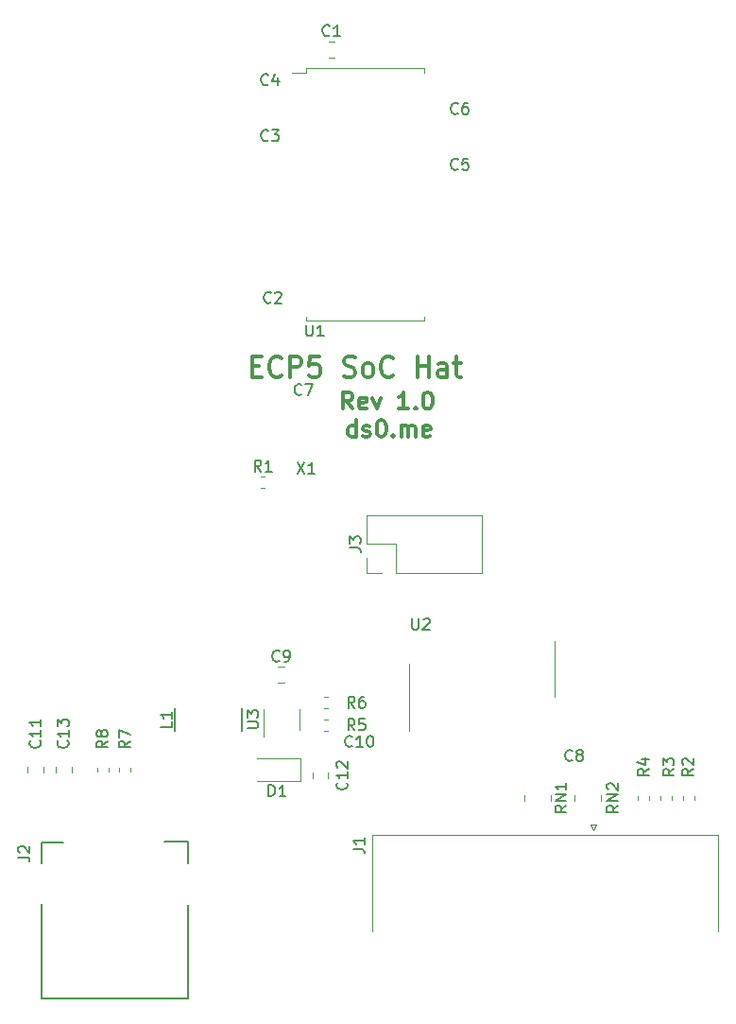
<source format=gto>
G04 #@! TF.GenerationSoftware,KiCad,Pcbnew,5.0.1*
G04 #@! TF.CreationDate,2018-10-22T18:12:29+01:00*
G04 #@! TF.ProjectId,ecp5_soc_hat,656370355F736F635F6861742E6B6963,rev?*
G04 #@! TF.SameCoordinates,Original*
G04 #@! TF.FileFunction,Legend,Top*
G04 #@! TF.FilePolarity,Positive*
%FSLAX46Y46*%
G04 Gerber Fmt 4.6, Leading zero omitted, Abs format (unit mm)*
G04 Created by KiCad (PCBNEW 5.0.1) date Mon 22 Oct 2018 18:12:29 BST*
%MOMM*%
%LPD*%
G01*
G04 APERTURE LIST*
%ADD10C,0.300000*%
%ADD11C,0.120000*%
%ADD12C,0.150000*%
G04 APERTURE END LIST*
D10*
X133695000Y-93678571D02*
X133695000Y-92178571D01*
X133695000Y-93607142D02*
X133552142Y-93678571D01*
X133266428Y-93678571D01*
X133123571Y-93607142D01*
X133052142Y-93535714D01*
X132980714Y-93392857D01*
X132980714Y-92964285D01*
X133052142Y-92821428D01*
X133123571Y-92750000D01*
X133266428Y-92678571D01*
X133552142Y-92678571D01*
X133695000Y-92750000D01*
X134337857Y-93607142D02*
X134480714Y-93678571D01*
X134766428Y-93678571D01*
X134909285Y-93607142D01*
X134980714Y-93464285D01*
X134980714Y-93392857D01*
X134909285Y-93250000D01*
X134766428Y-93178571D01*
X134552142Y-93178571D01*
X134409285Y-93107142D01*
X134337857Y-92964285D01*
X134337857Y-92892857D01*
X134409285Y-92750000D01*
X134552142Y-92678571D01*
X134766428Y-92678571D01*
X134909285Y-92750000D01*
X135909285Y-92178571D02*
X136052142Y-92178571D01*
X136195000Y-92250000D01*
X136266428Y-92321428D01*
X136337857Y-92464285D01*
X136409285Y-92750000D01*
X136409285Y-93107142D01*
X136337857Y-93392857D01*
X136266428Y-93535714D01*
X136195000Y-93607142D01*
X136052142Y-93678571D01*
X135909285Y-93678571D01*
X135766428Y-93607142D01*
X135695000Y-93535714D01*
X135623571Y-93392857D01*
X135552142Y-93107142D01*
X135552142Y-92750000D01*
X135623571Y-92464285D01*
X135695000Y-92321428D01*
X135766428Y-92250000D01*
X135909285Y-92178571D01*
X137052142Y-93535714D02*
X137123571Y-93607142D01*
X137052142Y-93678571D01*
X136980714Y-93607142D01*
X137052142Y-93535714D01*
X137052142Y-93678571D01*
X137766428Y-93678571D02*
X137766428Y-92678571D01*
X137766428Y-92821428D02*
X137837857Y-92750000D01*
X137980714Y-92678571D01*
X138195000Y-92678571D01*
X138337857Y-92750000D01*
X138409285Y-92892857D01*
X138409285Y-93678571D01*
X138409285Y-92892857D02*
X138480714Y-92750000D01*
X138623571Y-92678571D01*
X138837857Y-92678571D01*
X138980714Y-92750000D01*
X139052142Y-92892857D01*
X139052142Y-93678571D01*
X140337857Y-93607142D02*
X140195000Y-93678571D01*
X139909285Y-93678571D01*
X139766428Y-93607142D01*
X139695000Y-93464285D01*
X139695000Y-92892857D01*
X139766428Y-92750000D01*
X139909285Y-92678571D01*
X140195000Y-92678571D01*
X140337857Y-92750000D01*
X140409285Y-92892857D01*
X140409285Y-93035714D01*
X139695000Y-93178571D01*
X133409285Y-91178571D02*
X132909285Y-90464285D01*
X132552142Y-91178571D02*
X132552142Y-89678571D01*
X133123571Y-89678571D01*
X133266428Y-89750000D01*
X133337857Y-89821428D01*
X133409285Y-89964285D01*
X133409285Y-90178571D01*
X133337857Y-90321428D01*
X133266428Y-90392857D01*
X133123571Y-90464285D01*
X132552142Y-90464285D01*
X134623571Y-91107142D02*
X134480714Y-91178571D01*
X134195000Y-91178571D01*
X134052142Y-91107142D01*
X133980714Y-90964285D01*
X133980714Y-90392857D01*
X134052142Y-90250000D01*
X134195000Y-90178571D01*
X134480714Y-90178571D01*
X134623571Y-90250000D01*
X134695000Y-90392857D01*
X134695000Y-90535714D01*
X133980714Y-90678571D01*
X135195000Y-90178571D02*
X135552142Y-91178571D01*
X135909285Y-90178571D01*
X138409285Y-91178571D02*
X137552142Y-91178571D01*
X137980714Y-91178571D02*
X137980714Y-89678571D01*
X137837857Y-89892857D01*
X137695000Y-90035714D01*
X137552142Y-90107142D01*
X139052142Y-91035714D02*
X139123571Y-91107142D01*
X139052142Y-91178571D01*
X138980714Y-91107142D01*
X139052142Y-91035714D01*
X139052142Y-91178571D01*
X140052142Y-89678571D02*
X140195000Y-89678571D01*
X140337857Y-89750000D01*
X140409285Y-89821428D01*
X140480714Y-89964285D01*
X140552142Y-90250000D01*
X140552142Y-90607142D01*
X140480714Y-90892857D01*
X140409285Y-91035714D01*
X140337857Y-91107142D01*
X140195000Y-91178571D01*
X140052142Y-91178571D01*
X139909285Y-91107142D01*
X139837857Y-91035714D01*
X139766428Y-90892857D01*
X139695000Y-90607142D01*
X139695000Y-90250000D01*
X139766428Y-89964285D01*
X139837857Y-89821428D01*
X139909285Y-89750000D01*
X140052142Y-89678571D01*
X124373571Y-87371428D02*
X124973571Y-87371428D01*
X125230714Y-88314285D02*
X124373571Y-88314285D01*
X124373571Y-86514285D01*
X125230714Y-86514285D01*
X127030714Y-88142857D02*
X126945000Y-88228571D01*
X126687857Y-88314285D01*
X126516428Y-88314285D01*
X126259285Y-88228571D01*
X126087857Y-88057142D01*
X126002142Y-87885714D01*
X125916428Y-87542857D01*
X125916428Y-87285714D01*
X126002142Y-86942857D01*
X126087857Y-86771428D01*
X126259285Y-86600000D01*
X126516428Y-86514285D01*
X126687857Y-86514285D01*
X126945000Y-86600000D01*
X127030714Y-86685714D01*
X127802142Y-88314285D02*
X127802142Y-86514285D01*
X128487857Y-86514285D01*
X128659285Y-86600000D01*
X128745000Y-86685714D01*
X128830714Y-86857142D01*
X128830714Y-87114285D01*
X128745000Y-87285714D01*
X128659285Y-87371428D01*
X128487857Y-87457142D01*
X127802142Y-87457142D01*
X130459285Y-86514285D02*
X129602142Y-86514285D01*
X129516428Y-87371428D01*
X129602142Y-87285714D01*
X129773571Y-87200000D01*
X130202142Y-87200000D01*
X130373571Y-87285714D01*
X130459285Y-87371428D01*
X130545000Y-87542857D01*
X130545000Y-87971428D01*
X130459285Y-88142857D01*
X130373571Y-88228571D01*
X130202142Y-88314285D01*
X129773571Y-88314285D01*
X129602142Y-88228571D01*
X129516428Y-88142857D01*
X132602142Y-88228571D02*
X132859285Y-88314285D01*
X133287857Y-88314285D01*
X133459285Y-88228571D01*
X133545000Y-88142857D01*
X133630714Y-87971428D01*
X133630714Y-87800000D01*
X133545000Y-87628571D01*
X133459285Y-87542857D01*
X133287857Y-87457142D01*
X132945000Y-87371428D01*
X132773571Y-87285714D01*
X132687857Y-87200000D01*
X132602142Y-87028571D01*
X132602142Y-86857142D01*
X132687857Y-86685714D01*
X132773571Y-86600000D01*
X132945000Y-86514285D01*
X133373571Y-86514285D01*
X133630714Y-86600000D01*
X134659285Y-88314285D02*
X134487857Y-88228571D01*
X134402142Y-88142857D01*
X134316428Y-87971428D01*
X134316428Y-87457142D01*
X134402142Y-87285714D01*
X134487857Y-87200000D01*
X134659285Y-87114285D01*
X134916428Y-87114285D01*
X135087857Y-87200000D01*
X135173571Y-87285714D01*
X135259285Y-87457142D01*
X135259285Y-87971428D01*
X135173571Y-88142857D01*
X135087857Y-88228571D01*
X134916428Y-88314285D01*
X134659285Y-88314285D01*
X137059285Y-88142857D02*
X136973571Y-88228571D01*
X136716428Y-88314285D01*
X136545000Y-88314285D01*
X136287857Y-88228571D01*
X136116428Y-88057142D01*
X136030714Y-87885714D01*
X135945000Y-87542857D01*
X135945000Y-87285714D01*
X136030714Y-86942857D01*
X136116428Y-86771428D01*
X136287857Y-86600000D01*
X136545000Y-86514285D01*
X136716428Y-86514285D01*
X136973571Y-86600000D01*
X137059285Y-86685714D01*
X139202142Y-88314285D02*
X139202142Y-86514285D01*
X139202142Y-87371428D02*
X140230714Y-87371428D01*
X140230714Y-88314285D02*
X140230714Y-86514285D01*
X141859285Y-88314285D02*
X141859285Y-87371428D01*
X141773571Y-87200000D01*
X141602142Y-87114285D01*
X141259285Y-87114285D01*
X141087857Y-87200000D01*
X141859285Y-88228571D02*
X141687857Y-88314285D01*
X141259285Y-88314285D01*
X141087857Y-88228571D01*
X141002142Y-88057142D01*
X141002142Y-87885714D01*
X141087857Y-87714285D01*
X141259285Y-87628571D01*
X141687857Y-87628571D01*
X141859285Y-87542857D01*
X142459285Y-87114285D02*
X143145000Y-87114285D01*
X142716428Y-86514285D02*
X142716428Y-88057142D01*
X142802142Y-88228571D01*
X142973571Y-88314285D01*
X143145000Y-88314285D01*
D11*
G04 #@! TO.C,J3*
X144950000Y-105870000D02*
X144950000Y-100670000D01*
X137270000Y-105870000D02*
X144950000Y-105870000D01*
X134670000Y-100670000D02*
X144950000Y-100670000D01*
X137270000Y-105870000D02*
X137270000Y-103270000D01*
X137270000Y-103270000D02*
X134670000Y-103270000D01*
X134670000Y-103270000D02*
X134670000Y-100670000D01*
X136000000Y-105870000D02*
X134670000Y-105870000D01*
X134670000Y-105870000D02*
X134670000Y-104540000D01*
G04 #@! TO.C,RN2*
X153320000Y-126250000D02*
X153320000Y-125750000D01*
X155680000Y-126250000D02*
X155680000Y-125750000D01*
G04 #@! TO.C,RN1*
X151180000Y-126250000D02*
X151180000Y-125750000D01*
X148820000Y-126250000D02*
X148820000Y-125750000D01*
G04 #@! TO.C,C1*
X131238748Y-58290000D02*
X131761252Y-58290000D01*
X131238748Y-59710000D02*
X131761252Y-59710000D01*
G04 #@! TO.C,C9*
X126738748Y-115710000D02*
X127261252Y-115710000D01*
X126738748Y-114290000D02*
X127261252Y-114290000D01*
G04 #@! TO.C,C11*
X104290000Y-123761252D02*
X104290000Y-123238748D01*
X105710000Y-123761252D02*
X105710000Y-123238748D01*
G04 #@! TO.C,C12*
X131210000Y-124261252D02*
X131210000Y-123738748D01*
X129790000Y-124261252D02*
X129790000Y-123738748D01*
G04 #@! TO.C,C13*
X106790000Y-123761252D02*
X106790000Y-123238748D01*
X108210000Y-123761252D02*
X108210000Y-123238748D01*
G04 #@! TO.C,J1*
X135200000Y-137930000D02*
X135200000Y-129330000D01*
X135200000Y-129330000D02*
X166170000Y-129330000D01*
X166170000Y-129330000D02*
X166170000Y-137930000D01*
X154750000Y-128435662D02*
X155250000Y-128435662D01*
X155250000Y-128435662D02*
X155000000Y-128868675D01*
X155000000Y-128868675D02*
X154750000Y-128435662D01*
D12*
G04 #@! TO.C,J2*
X118650000Y-135550000D02*
X118650000Y-144000000D01*
X118650000Y-129900000D02*
X118650000Y-131850000D01*
X105500000Y-135500000D02*
X105500000Y-144000000D01*
X105500000Y-130000000D02*
X105500000Y-131850000D01*
X116500000Y-129900000D02*
X118650000Y-129900000D01*
X105500000Y-130000000D02*
X107500000Y-130000000D01*
X118650000Y-144000000D02*
X105500000Y-144000000D01*
G04 #@! TO.C,L1*
X117500000Y-118000000D02*
X117500000Y-120000000D01*
X123500000Y-120000000D02*
X123500000Y-118000000D01*
D11*
G04 #@! TO.C,D1*
X128700000Y-124500000D02*
X128700000Y-122500000D01*
X128700000Y-122500000D02*
X124850000Y-122500000D01*
X128700000Y-124500000D02*
X124850000Y-124500000D01*
G04 #@! TO.C,U2*
X138470000Y-114000000D02*
X138470000Y-120000000D01*
X151530000Y-112000000D02*
X151530000Y-117000000D01*
G04 #@! TO.C,U1*
X129200000Y-82900000D02*
X129200000Y-83300000D01*
X139800000Y-82900000D02*
X139800000Y-83300000D01*
X139800000Y-60700000D02*
X139800000Y-61100000D01*
X129200000Y-83300000D02*
X139800000Y-83300000D01*
X129200000Y-60700000D02*
X139800000Y-60700000D01*
X129200000Y-61100000D02*
X129200000Y-60700000D01*
X128000000Y-61100000D02*
X129200000Y-61100000D01*
G04 #@! TO.C,U3*
X128610000Y-119900000D02*
X128610000Y-118100000D01*
X125390000Y-118100000D02*
X125390000Y-120550000D01*
G04 #@! TO.C,R1*
X125203733Y-98260000D02*
X125546267Y-98260000D01*
X125203733Y-97240000D02*
X125546267Y-97240000D01*
G04 #@! TO.C,R2*
X162990000Y-126171267D02*
X162990000Y-125828733D01*
X164010000Y-126171267D02*
X164010000Y-125828733D01*
G04 #@! TO.C,R3*
X162010000Y-126171267D02*
X162010000Y-125828733D01*
X160990000Y-126171267D02*
X160990000Y-125828733D01*
G04 #@! TO.C,R4*
X158990000Y-126171267D02*
X158990000Y-125828733D01*
X160010000Y-126171267D02*
X160010000Y-125828733D01*
G04 #@! TO.C,R5*
X130828733Y-120010000D02*
X131171267Y-120010000D01*
X130828733Y-118990000D02*
X131171267Y-118990000D01*
G04 #@! TO.C,R6*
X131171267Y-118010000D02*
X130828733Y-118010000D01*
X131171267Y-116990000D02*
X130828733Y-116990000D01*
G04 #@! TO.C,R7*
X113510000Y-123671267D02*
X113510000Y-123328733D01*
X112490000Y-123671267D02*
X112490000Y-123328733D01*
G04 #@! TO.C,R8*
X110490000Y-123671267D02*
X110490000Y-123328733D01*
X111510000Y-123671267D02*
X111510000Y-123328733D01*
G04 #@! TO.C,J3*
D12*
X133122380Y-103603333D02*
X133836666Y-103603333D01*
X133979523Y-103650952D01*
X134074761Y-103746190D01*
X134122380Y-103889047D01*
X134122380Y-103984285D01*
X133122380Y-103222380D02*
X133122380Y-102603333D01*
X133503333Y-102936666D01*
X133503333Y-102793809D01*
X133550952Y-102698571D01*
X133598571Y-102650952D01*
X133693809Y-102603333D01*
X133931904Y-102603333D01*
X134027142Y-102650952D01*
X134074761Y-102698571D01*
X134122380Y-102793809D01*
X134122380Y-103079523D01*
X134074761Y-103174761D01*
X134027142Y-103222380D01*
G04 #@! TO.C,RN2*
X157202380Y-126690476D02*
X156726190Y-127023809D01*
X157202380Y-127261904D02*
X156202380Y-127261904D01*
X156202380Y-126880952D01*
X156250000Y-126785714D01*
X156297619Y-126738095D01*
X156392857Y-126690476D01*
X156535714Y-126690476D01*
X156630952Y-126738095D01*
X156678571Y-126785714D01*
X156726190Y-126880952D01*
X156726190Y-127261904D01*
X157202380Y-126261904D02*
X156202380Y-126261904D01*
X157202380Y-125690476D01*
X156202380Y-125690476D01*
X156297619Y-125261904D02*
X156250000Y-125214285D01*
X156202380Y-125119047D01*
X156202380Y-124880952D01*
X156250000Y-124785714D01*
X156297619Y-124738095D01*
X156392857Y-124690476D01*
X156488095Y-124690476D01*
X156630952Y-124738095D01*
X157202380Y-125309523D01*
X157202380Y-124690476D01*
G04 #@! TO.C,RN1*
X152552380Y-126690476D02*
X152076190Y-127023809D01*
X152552380Y-127261904D02*
X151552380Y-127261904D01*
X151552380Y-126880952D01*
X151600000Y-126785714D01*
X151647619Y-126738095D01*
X151742857Y-126690476D01*
X151885714Y-126690476D01*
X151980952Y-126738095D01*
X152028571Y-126785714D01*
X152076190Y-126880952D01*
X152076190Y-127261904D01*
X152552380Y-126261904D02*
X151552380Y-126261904D01*
X152552380Y-125690476D01*
X151552380Y-125690476D01*
X152552380Y-124690476D02*
X152552380Y-125261904D01*
X152552380Y-124976190D02*
X151552380Y-124976190D01*
X151695238Y-125071428D01*
X151790476Y-125166666D01*
X151838095Y-125261904D01*
G04 #@! TO.C,C2*
X126083333Y-81607142D02*
X126035714Y-81654761D01*
X125892857Y-81702380D01*
X125797619Y-81702380D01*
X125654761Y-81654761D01*
X125559523Y-81559523D01*
X125511904Y-81464285D01*
X125464285Y-81273809D01*
X125464285Y-81130952D01*
X125511904Y-80940476D01*
X125559523Y-80845238D01*
X125654761Y-80750000D01*
X125797619Y-80702380D01*
X125892857Y-80702380D01*
X126035714Y-80750000D01*
X126083333Y-80797619D01*
X126464285Y-80797619D02*
X126511904Y-80750000D01*
X126607142Y-80702380D01*
X126845238Y-80702380D01*
X126940476Y-80750000D01*
X126988095Y-80797619D01*
X127035714Y-80892857D01*
X127035714Y-80988095D01*
X126988095Y-81130952D01*
X126416666Y-81702380D01*
X127035714Y-81702380D01*
G04 #@! TO.C,C3*
X125833333Y-67107142D02*
X125785714Y-67154761D01*
X125642857Y-67202380D01*
X125547619Y-67202380D01*
X125404761Y-67154761D01*
X125309523Y-67059523D01*
X125261904Y-66964285D01*
X125214285Y-66773809D01*
X125214285Y-66630952D01*
X125261904Y-66440476D01*
X125309523Y-66345238D01*
X125404761Y-66250000D01*
X125547619Y-66202380D01*
X125642857Y-66202380D01*
X125785714Y-66250000D01*
X125833333Y-66297619D01*
X126166666Y-66202380D02*
X126785714Y-66202380D01*
X126452380Y-66583333D01*
X126595238Y-66583333D01*
X126690476Y-66630952D01*
X126738095Y-66678571D01*
X126785714Y-66773809D01*
X126785714Y-67011904D01*
X126738095Y-67107142D01*
X126690476Y-67154761D01*
X126595238Y-67202380D01*
X126309523Y-67202380D01*
X126214285Y-67154761D01*
X126166666Y-67107142D01*
G04 #@! TO.C,C4*
X125833333Y-62107142D02*
X125785714Y-62154761D01*
X125642857Y-62202380D01*
X125547619Y-62202380D01*
X125404761Y-62154761D01*
X125309523Y-62059523D01*
X125261904Y-61964285D01*
X125214285Y-61773809D01*
X125214285Y-61630952D01*
X125261904Y-61440476D01*
X125309523Y-61345238D01*
X125404761Y-61250000D01*
X125547619Y-61202380D01*
X125642857Y-61202380D01*
X125785714Y-61250000D01*
X125833333Y-61297619D01*
X126690476Y-61535714D02*
X126690476Y-62202380D01*
X126452380Y-61154761D02*
X126214285Y-61869047D01*
X126833333Y-61869047D01*
G04 #@! TO.C,C5*
X142833333Y-69687142D02*
X142785714Y-69734761D01*
X142642857Y-69782380D01*
X142547619Y-69782380D01*
X142404761Y-69734761D01*
X142309523Y-69639523D01*
X142261904Y-69544285D01*
X142214285Y-69353809D01*
X142214285Y-69210952D01*
X142261904Y-69020476D01*
X142309523Y-68925238D01*
X142404761Y-68830000D01*
X142547619Y-68782380D01*
X142642857Y-68782380D01*
X142785714Y-68830000D01*
X142833333Y-68877619D01*
X143738095Y-68782380D02*
X143261904Y-68782380D01*
X143214285Y-69258571D01*
X143261904Y-69210952D01*
X143357142Y-69163333D01*
X143595238Y-69163333D01*
X143690476Y-69210952D01*
X143738095Y-69258571D01*
X143785714Y-69353809D01*
X143785714Y-69591904D01*
X143738095Y-69687142D01*
X143690476Y-69734761D01*
X143595238Y-69782380D01*
X143357142Y-69782380D01*
X143261904Y-69734761D01*
X143214285Y-69687142D01*
G04 #@! TO.C,C6*
X142833333Y-64687142D02*
X142785714Y-64734761D01*
X142642857Y-64782380D01*
X142547619Y-64782380D01*
X142404761Y-64734761D01*
X142309523Y-64639523D01*
X142261904Y-64544285D01*
X142214285Y-64353809D01*
X142214285Y-64210952D01*
X142261904Y-64020476D01*
X142309523Y-63925238D01*
X142404761Y-63830000D01*
X142547619Y-63782380D01*
X142642857Y-63782380D01*
X142785714Y-63830000D01*
X142833333Y-63877619D01*
X143690476Y-63782380D02*
X143500000Y-63782380D01*
X143404761Y-63830000D01*
X143357142Y-63877619D01*
X143261904Y-64020476D01*
X143214285Y-64210952D01*
X143214285Y-64591904D01*
X143261904Y-64687142D01*
X143309523Y-64734761D01*
X143404761Y-64782380D01*
X143595238Y-64782380D01*
X143690476Y-64734761D01*
X143738095Y-64687142D01*
X143785714Y-64591904D01*
X143785714Y-64353809D01*
X143738095Y-64258571D01*
X143690476Y-64210952D01*
X143595238Y-64163333D01*
X143404761Y-64163333D01*
X143309523Y-64210952D01*
X143261904Y-64258571D01*
X143214285Y-64353809D01*
G04 #@! TO.C,C7*
X128833333Y-89857142D02*
X128785714Y-89904761D01*
X128642857Y-89952380D01*
X128547619Y-89952380D01*
X128404761Y-89904761D01*
X128309523Y-89809523D01*
X128261904Y-89714285D01*
X128214285Y-89523809D01*
X128214285Y-89380952D01*
X128261904Y-89190476D01*
X128309523Y-89095238D01*
X128404761Y-89000000D01*
X128547619Y-88952380D01*
X128642857Y-88952380D01*
X128785714Y-89000000D01*
X128833333Y-89047619D01*
X129166666Y-88952380D02*
X129833333Y-88952380D01*
X129404761Y-89952380D01*
G04 #@! TO.C,C8*
X153083333Y-122607142D02*
X153035714Y-122654761D01*
X152892857Y-122702380D01*
X152797619Y-122702380D01*
X152654761Y-122654761D01*
X152559523Y-122559523D01*
X152511904Y-122464285D01*
X152464285Y-122273809D01*
X152464285Y-122130952D01*
X152511904Y-121940476D01*
X152559523Y-121845238D01*
X152654761Y-121750000D01*
X152797619Y-121702380D01*
X152892857Y-121702380D01*
X153035714Y-121750000D01*
X153083333Y-121797619D01*
X153654761Y-122130952D02*
X153559523Y-122083333D01*
X153511904Y-122035714D01*
X153464285Y-121940476D01*
X153464285Y-121892857D01*
X153511904Y-121797619D01*
X153559523Y-121750000D01*
X153654761Y-121702380D01*
X153845238Y-121702380D01*
X153940476Y-121750000D01*
X153988095Y-121797619D01*
X154035714Y-121892857D01*
X154035714Y-121940476D01*
X153988095Y-122035714D01*
X153940476Y-122083333D01*
X153845238Y-122130952D01*
X153654761Y-122130952D01*
X153559523Y-122178571D01*
X153511904Y-122226190D01*
X153464285Y-122321428D01*
X153464285Y-122511904D01*
X153511904Y-122607142D01*
X153559523Y-122654761D01*
X153654761Y-122702380D01*
X153845238Y-122702380D01*
X153940476Y-122654761D01*
X153988095Y-122607142D01*
X154035714Y-122511904D01*
X154035714Y-122321428D01*
X153988095Y-122226190D01*
X153940476Y-122178571D01*
X153845238Y-122130952D01*
G04 #@! TO.C,C10*
X133357142Y-121357142D02*
X133309523Y-121404761D01*
X133166666Y-121452380D01*
X133071428Y-121452380D01*
X132928571Y-121404761D01*
X132833333Y-121309523D01*
X132785714Y-121214285D01*
X132738095Y-121023809D01*
X132738095Y-120880952D01*
X132785714Y-120690476D01*
X132833333Y-120595238D01*
X132928571Y-120500000D01*
X133071428Y-120452380D01*
X133166666Y-120452380D01*
X133309523Y-120500000D01*
X133357142Y-120547619D01*
X134309523Y-121452380D02*
X133738095Y-121452380D01*
X134023809Y-121452380D02*
X134023809Y-120452380D01*
X133928571Y-120595238D01*
X133833333Y-120690476D01*
X133738095Y-120738095D01*
X134928571Y-120452380D02*
X135023809Y-120452380D01*
X135119047Y-120500000D01*
X135166666Y-120547619D01*
X135214285Y-120642857D01*
X135261904Y-120833333D01*
X135261904Y-121071428D01*
X135214285Y-121261904D01*
X135166666Y-121357142D01*
X135119047Y-121404761D01*
X135023809Y-121452380D01*
X134928571Y-121452380D01*
X134833333Y-121404761D01*
X134785714Y-121357142D01*
X134738095Y-121261904D01*
X134690476Y-121071428D01*
X134690476Y-120833333D01*
X134738095Y-120642857D01*
X134785714Y-120547619D01*
X134833333Y-120500000D01*
X134928571Y-120452380D01*
G04 #@! TO.C,C1*
X131333333Y-57707142D02*
X131285714Y-57754761D01*
X131142857Y-57802380D01*
X131047619Y-57802380D01*
X130904761Y-57754761D01*
X130809523Y-57659523D01*
X130761904Y-57564285D01*
X130714285Y-57373809D01*
X130714285Y-57230952D01*
X130761904Y-57040476D01*
X130809523Y-56945238D01*
X130904761Y-56850000D01*
X131047619Y-56802380D01*
X131142857Y-56802380D01*
X131285714Y-56850000D01*
X131333333Y-56897619D01*
X132285714Y-57802380D02*
X131714285Y-57802380D01*
X132000000Y-57802380D02*
X132000000Y-56802380D01*
X131904761Y-56945238D01*
X131809523Y-57040476D01*
X131714285Y-57088095D01*
G04 #@! TO.C,C9*
X126833333Y-113707142D02*
X126785714Y-113754761D01*
X126642857Y-113802380D01*
X126547619Y-113802380D01*
X126404761Y-113754761D01*
X126309523Y-113659523D01*
X126261904Y-113564285D01*
X126214285Y-113373809D01*
X126214285Y-113230952D01*
X126261904Y-113040476D01*
X126309523Y-112945238D01*
X126404761Y-112850000D01*
X126547619Y-112802380D01*
X126642857Y-112802380D01*
X126785714Y-112850000D01*
X126833333Y-112897619D01*
X127309523Y-113802380D02*
X127500000Y-113802380D01*
X127595238Y-113754761D01*
X127642857Y-113707142D01*
X127738095Y-113564285D01*
X127785714Y-113373809D01*
X127785714Y-112992857D01*
X127738095Y-112897619D01*
X127690476Y-112850000D01*
X127595238Y-112802380D01*
X127404761Y-112802380D01*
X127309523Y-112850000D01*
X127261904Y-112897619D01*
X127214285Y-112992857D01*
X127214285Y-113230952D01*
X127261904Y-113326190D01*
X127309523Y-113373809D01*
X127404761Y-113421428D01*
X127595238Y-113421428D01*
X127690476Y-113373809D01*
X127738095Y-113326190D01*
X127785714Y-113230952D01*
G04 #@! TO.C,C11*
X105357142Y-120892857D02*
X105404761Y-120940476D01*
X105452380Y-121083333D01*
X105452380Y-121178571D01*
X105404761Y-121321428D01*
X105309523Y-121416666D01*
X105214285Y-121464285D01*
X105023809Y-121511904D01*
X104880952Y-121511904D01*
X104690476Y-121464285D01*
X104595238Y-121416666D01*
X104500000Y-121321428D01*
X104452380Y-121178571D01*
X104452380Y-121083333D01*
X104500000Y-120940476D01*
X104547619Y-120892857D01*
X105452380Y-119940476D02*
X105452380Y-120511904D01*
X105452380Y-120226190D02*
X104452380Y-120226190D01*
X104595238Y-120321428D01*
X104690476Y-120416666D01*
X104738095Y-120511904D01*
X105452380Y-118988095D02*
X105452380Y-119559523D01*
X105452380Y-119273809D02*
X104452380Y-119273809D01*
X104595238Y-119369047D01*
X104690476Y-119464285D01*
X104738095Y-119559523D01*
G04 #@! TO.C,C12*
X132857142Y-124642857D02*
X132904761Y-124690476D01*
X132952380Y-124833333D01*
X132952380Y-124928571D01*
X132904761Y-125071428D01*
X132809523Y-125166666D01*
X132714285Y-125214285D01*
X132523809Y-125261904D01*
X132380952Y-125261904D01*
X132190476Y-125214285D01*
X132095238Y-125166666D01*
X132000000Y-125071428D01*
X131952380Y-124928571D01*
X131952380Y-124833333D01*
X132000000Y-124690476D01*
X132047619Y-124642857D01*
X132952380Y-123690476D02*
X132952380Y-124261904D01*
X132952380Y-123976190D02*
X131952380Y-123976190D01*
X132095238Y-124071428D01*
X132190476Y-124166666D01*
X132238095Y-124261904D01*
X132047619Y-123309523D02*
X132000000Y-123261904D01*
X131952380Y-123166666D01*
X131952380Y-122928571D01*
X132000000Y-122833333D01*
X132047619Y-122785714D01*
X132142857Y-122738095D01*
X132238095Y-122738095D01*
X132380952Y-122785714D01*
X132952380Y-123357142D01*
X132952380Y-122738095D01*
G04 #@! TO.C,C13*
X107857142Y-120892857D02*
X107904761Y-120940476D01*
X107952380Y-121083333D01*
X107952380Y-121178571D01*
X107904761Y-121321428D01*
X107809523Y-121416666D01*
X107714285Y-121464285D01*
X107523809Y-121511904D01*
X107380952Y-121511904D01*
X107190476Y-121464285D01*
X107095238Y-121416666D01*
X107000000Y-121321428D01*
X106952380Y-121178571D01*
X106952380Y-121083333D01*
X107000000Y-120940476D01*
X107047619Y-120892857D01*
X107952380Y-119940476D02*
X107952380Y-120511904D01*
X107952380Y-120226190D02*
X106952380Y-120226190D01*
X107095238Y-120321428D01*
X107190476Y-120416666D01*
X107238095Y-120511904D01*
X106952380Y-119607142D02*
X106952380Y-118988095D01*
X107333333Y-119321428D01*
X107333333Y-119178571D01*
X107380952Y-119083333D01*
X107428571Y-119035714D01*
X107523809Y-118988095D01*
X107761904Y-118988095D01*
X107857142Y-119035714D01*
X107904761Y-119083333D01*
X107952380Y-119178571D01*
X107952380Y-119464285D01*
X107904761Y-119559523D01*
X107857142Y-119607142D01*
G04 #@! TO.C,J1*
X133452380Y-130583333D02*
X134166666Y-130583333D01*
X134309523Y-130630952D01*
X134404761Y-130726190D01*
X134452380Y-130869047D01*
X134452380Y-130964285D01*
X134452380Y-129583333D02*
X134452380Y-130154761D01*
X134452380Y-129869047D02*
X133452380Y-129869047D01*
X133595238Y-129964285D01*
X133690476Y-130059523D01*
X133738095Y-130154761D01*
G04 #@! TO.C,J2*
X103452380Y-131333333D02*
X104166666Y-131333333D01*
X104309523Y-131380952D01*
X104404761Y-131476190D01*
X104452380Y-131619047D01*
X104452380Y-131714285D01*
X103547619Y-130904761D02*
X103500000Y-130857142D01*
X103452380Y-130761904D01*
X103452380Y-130523809D01*
X103500000Y-130428571D01*
X103547619Y-130380952D01*
X103642857Y-130333333D01*
X103738095Y-130333333D01*
X103880952Y-130380952D01*
X104452380Y-130952380D01*
X104452380Y-130333333D01*
G04 #@! TO.C,L1*
X117202380Y-119166666D02*
X117202380Y-119642857D01*
X116202380Y-119642857D01*
X117202380Y-118309523D02*
X117202380Y-118880952D01*
X117202380Y-118595238D02*
X116202380Y-118595238D01*
X116345238Y-118690476D01*
X116440476Y-118785714D01*
X116488095Y-118880952D01*
G04 #@! TO.C,D1*
X125888904Y-125857380D02*
X125888904Y-124857380D01*
X126127000Y-124857380D01*
X126269857Y-124905000D01*
X126365095Y-125000238D01*
X126412714Y-125095476D01*
X126460333Y-125285952D01*
X126460333Y-125428809D01*
X126412714Y-125619285D01*
X126365095Y-125714523D01*
X126269857Y-125809761D01*
X126127000Y-125857380D01*
X125888904Y-125857380D01*
X127412714Y-125857380D02*
X126841285Y-125857380D01*
X127127000Y-125857380D02*
X127127000Y-124857380D01*
X127031761Y-125000238D01*
X126936523Y-125095476D01*
X126841285Y-125143095D01*
G04 #@! TO.C,X1*
X128440476Y-95952380D02*
X129107142Y-96952380D01*
X129107142Y-95952380D02*
X128440476Y-96952380D01*
X130011904Y-96952380D02*
X129440476Y-96952380D01*
X129726190Y-96952380D02*
X129726190Y-95952380D01*
X129630952Y-96095238D01*
X129535714Y-96190476D01*
X129440476Y-96238095D01*
G04 #@! TO.C,U2*
X138738095Y-109952380D02*
X138738095Y-110761904D01*
X138785714Y-110857142D01*
X138833333Y-110904761D01*
X138928571Y-110952380D01*
X139119047Y-110952380D01*
X139214285Y-110904761D01*
X139261904Y-110857142D01*
X139309523Y-110761904D01*
X139309523Y-109952380D01*
X139738095Y-110047619D02*
X139785714Y-110000000D01*
X139880952Y-109952380D01*
X140119047Y-109952380D01*
X140214285Y-110000000D01*
X140261904Y-110047619D01*
X140309523Y-110142857D01*
X140309523Y-110238095D01*
X140261904Y-110380952D01*
X139690476Y-110952380D01*
X140309523Y-110952380D01*
G04 #@! TO.C,U1*
X129238095Y-83652380D02*
X129238095Y-84461904D01*
X129285714Y-84557142D01*
X129333333Y-84604761D01*
X129428571Y-84652380D01*
X129619047Y-84652380D01*
X129714285Y-84604761D01*
X129761904Y-84557142D01*
X129809523Y-84461904D01*
X129809523Y-83652380D01*
X130809523Y-84652380D02*
X130238095Y-84652380D01*
X130523809Y-84652380D02*
X130523809Y-83652380D01*
X130428571Y-83795238D01*
X130333333Y-83890476D01*
X130238095Y-83938095D01*
G04 #@! TO.C,U3*
X123952380Y-119761904D02*
X124761904Y-119761904D01*
X124857142Y-119714285D01*
X124904761Y-119666666D01*
X124952380Y-119571428D01*
X124952380Y-119380952D01*
X124904761Y-119285714D01*
X124857142Y-119238095D01*
X124761904Y-119190476D01*
X123952380Y-119190476D01*
X123952380Y-118809523D02*
X123952380Y-118190476D01*
X124333333Y-118523809D01*
X124333333Y-118380952D01*
X124380952Y-118285714D01*
X124428571Y-118238095D01*
X124523809Y-118190476D01*
X124761904Y-118190476D01*
X124857142Y-118238095D01*
X124904761Y-118285714D01*
X124952380Y-118380952D01*
X124952380Y-118666666D01*
X124904761Y-118761904D01*
X124857142Y-118809523D01*
G04 #@! TO.C,R1*
X125208333Y-96772380D02*
X124875000Y-96296190D01*
X124636904Y-96772380D02*
X124636904Y-95772380D01*
X125017857Y-95772380D01*
X125113095Y-95820000D01*
X125160714Y-95867619D01*
X125208333Y-95962857D01*
X125208333Y-96105714D01*
X125160714Y-96200952D01*
X125113095Y-96248571D01*
X125017857Y-96296190D01*
X124636904Y-96296190D01*
X126160714Y-96772380D02*
X125589285Y-96772380D01*
X125875000Y-96772380D02*
X125875000Y-95772380D01*
X125779761Y-95915238D01*
X125684523Y-96010476D01*
X125589285Y-96058095D01*
G04 #@! TO.C,R2*
X163952380Y-123416666D02*
X163476190Y-123750000D01*
X163952380Y-123988095D02*
X162952380Y-123988095D01*
X162952380Y-123607142D01*
X163000000Y-123511904D01*
X163047619Y-123464285D01*
X163142857Y-123416666D01*
X163285714Y-123416666D01*
X163380952Y-123464285D01*
X163428571Y-123511904D01*
X163476190Y-123607142D01*
X163476190Y-123988095D01*
X163047619Y-123035714D02*
X163000000Y-122988095D01*
X162952380Y-122892857D01*
X162952380Y-122654761D01*
X163000000Y-122559523D01*
X163047619Y-122511904D01*
X163142857Y-122464285D01*
X163238095Y-122464285D01*
X163380952Y-122511904D01*
X163952380Y-123083333D01*
X163952380Y-122464285D01*
G04 #@! TO.C,R3*
X162202380Y-123416666D02*
X161726190Y-123750000D01*
X162202380Y-123988095D02*
X161202380Y-123988095D01*
X161202380Y-123607142D01*
X161250000Y-123511904D01*
X161297619Y-123464285D01*
X161392857Y-123416666D01*
X161535714Y-123416666D01*
X161630952Y-123464285D01*
X161678571Y-123511904D01*
X161726190Y-123607142D01*
X161726190Y-123988095D01*
X161202380Y-123083333D02*
X161202380Y-122464285D01*
X161583333Y-122797619D01*
X161583333Y-122654761D01*
X161630952Y-122559523D01*
X161678571Y-122511904D01*
X161773809Y-122464285D01*
X162011904Y-122464285D01*
X162107142Y-122511904D01*
X162154761Y-122559523D01*
X162202380Y-122654761D01*
X162202380Y-122940476D01*
X162154761Y-123035714D01*
X162107142Y-123083333D01*
G04 #@! TO.C,R4*
X159952380Y-123416666D02*
X159476190Y-123750000D01*
X159952380Y-123988095D02*
X158952380Y-123988095D01*
X158952380Y-123607142D01*
X159000000Y-123511904D01*
X159047619Y-123464285D01*
X159142857Y-123416666D01*
X159285714Y-123416666D01*
X159380952Y-123464285D01*
X159428571Y-123511904D01*
X159476190Y-123607142D01*
X159476190Y-123988095D01*
X159285714Y-122559523D02*
X159952380Y-122559523D01*
X158904761Y-122797619D02*
X159619047Y-123035714D01*
X159619047Y-122416666D01*
G04 #@! TO.C,R5*
X133583333Y-119952380D02*
X133250000Y-119476190D01*
X133011904Y-119952380D02*
X133011904Y-118952380D01*
X133392857Y-118952380D01*
X133488095Y-119000000D01*
X133535714Y-119047619D01*
X133583333Y-119142857D01*
X133583333Y-119285714D01*
X133535714Y-119380952D01*
X133488095Y-119428571D01*
X133392857Y-119476190D01*
X133011904Y-119476190D01*
X134488095Y-118952380D02*
X134011904Y-118952380D01*
X133964285Y-119428571D01*
X134011904Y-119380952D01*
X134107142Y-119333333D01*
X134345238Y-119333333D01*
X134440476Y-119380952D01*
X134488095Y-119428571D01*
X134535714Y-119523809D01*
X134535714Y-119761904D01*
X134488095Y-119857142D01*
X134440476Y-119904761D01*
X134345238Y-119952380D01*
X134107142Y-119952380D01*
X134011904Y-119904761D01*
X133964285Y-119857142D01*
G04 #@! TO.C,R6*
X133583333Y-117952380D02*
X133250000Y-117476190D01*
X133011904Y-117952380D02*
X133011904Y-116952380D01*
X133392857Y-116952380D01*
X133488095Y-117000000D01*
X133535714Y-117047619D01*
X133583333Y-117142857D01*
X133583333Y-117285714D01*
X133535714Y-117380952D01*
X133488095Y-117428571D01*
X133392857Y-117476190D01*
X133011904Y-117476190D01*
X134440476Y-116952380D02*
X134250000Y-116952380D01*
X134154761Y-117000000D01*
X134107142Y-117047619D01*
X134011904Y-117190476D01*
X133964285Y-117380952D01*
X133964285Y-117761904D01*
X134011904Y-117857142D01*
X134059523Y-117904761D01*
X134154761Y-117952380D01*
X134345238Y-117952380D01*
X134440476Y-117904761D01*
X134488095Y-117857142D01*
X134535714Y-117761904D01*
X134535714Y-117523809D01*
X134488095Y-117428571D01*
X134440476Y-117380952D01*
X134345238Y-117333333D01*
X134154761Y-117333333D01*
X134059523Y-117380952D01*
X134011904Y-117428571D01*
X133964285Y-117523809D01*
G04 #@! TO.C,R7*
X113452380Y-120916666D02*
X112976190Y-121250000D01*
X113452380Y-121488095D02*
X112452380Y-121488095D01*
X112452380Y-121107142D01*
X112500000Y-121011904D01*
X112547619Y-120964285D01*
X112642857Y-120916666D01*
X112785714Y-120916666D01*
X112880952Y-120964285D01*
X112928571Y-121011904D01*
X112976190Y-121107142D01*
X112976190Y-121488095D01*
X112452380Y-120583333D02*
X112452380Y-119916666D01*
X113452380Y-120345238D01*
G04 #@! TO.C,R8*
X111452380Y-120916666D02*
X110976190Y-121250000D01*
X111452380Y-121488095D02*
X110452380Y-121488095D01*
X110452380Y-121107142D01*
X110500000Y-121011904D01*
X110547619Y-120964285D01*
X110642857Y-120916666D01*
X110785714Y-120916666D01*
X110880952Y-120964285D01*
X110928571Y-121011904D01*
X110976190Y-121107142D01*
X110976190Y-121488095D01*
X110880952Y-120345238D02*
X110833333Y-120440476D01*
X110785714Y-120488095D01*
X110690476Y-120535714D01*
X110642857Y-120535714D01*
X110547619Y-120488095D01*
X110500000Y-120440476D01*
X110452380Y-120345238D01*
X110452380Y-120154761D01*
X110500000Y-120059523D01*
X110547619Y-120011904D01*
X110642857Y-119964285D01*
X110690476Y-119964285D01*
X110785714Y-120011904D01*
X110833333Y-120059523D01*
X110880952Y-120154761D01*
X110880952Y-120345238D01*
X110928571Y-120440476D01*
X110976190Y-120488095D01*
X111071428Y-120535714D01*
X111261904Y-120535714D01*
X111357142Y-120488095D01*
X111404761Y-120440476D01*
X111452380Y-120345238D01*
X111452380Y-120154761D01*
X111404761Y-120059523D01*
X111357142Y-120011904D01*
X111261904Y-119964285D01*
X111071428Y-119964285D01*
X110976190Y-120011904D01*
X110928571Y-120059523D01*
X110880952Y-120154761D01*
G04 #@! TD*
M02*

</source>
